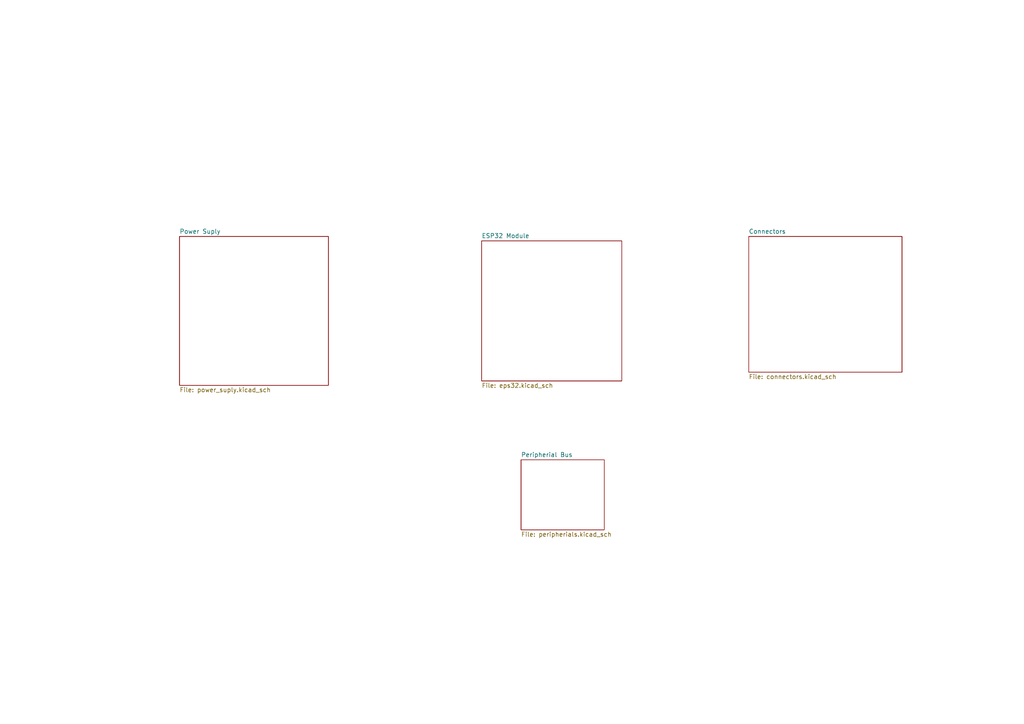
<source format=kicad_sch>
(kicad_sch (version 20230121) (generator eeschema)
  (paper "A4")
  (lib_symbols)
  (sheet (at 151.13 133.35) (size 24.13 20.32) (stroke (width 0.1524))
    (property "Sheetname" "Peripherial Bus" (at 151.13 132.6384 0) (effects (justify left bottom)))
    (property "Sheetfile" "peripherials.kicad_sch" (at 151.13 154.2546 0) (effects (justify left top)))
  )
  (sheet (at 139.7 69.85) (size 40.64 40.64) (stroke (width 0.1524))
    (property "Sheetname" "ESP32 Module" (at 139.7 69.1384 0) (effects (justify left bottom)))
    (property "Sheetfile" "eps32.kicad_sch" (at 139.7 111.0746 0) (effects (justify left top)))
  )
  (sheet (at 52.07 68.58) (size 43.18 43.18) (stroke (width 0.1524))
    (property "Sheetname" "Power Suply" (at 52.07 67.8684 0) (effects (justify left bottom)))
    (property "Sheetfile" "power_suply.kicad_sch" (at 52.07 112.3446 0) (effects (justify left top)))
  )
  (sheet (at 217.17 68.58) (size 44.45 39.37) (stroke (width 0.1524))
    (property "Sheetname" "Connectors" (at 217.17 67.8684 0) (effects (justify left bottom)))
    (property "Sheetfile" "connectors.kicad_sch" (at 217.17 108.5346 0) (effects (justify left top)))
  )
)
</source>
